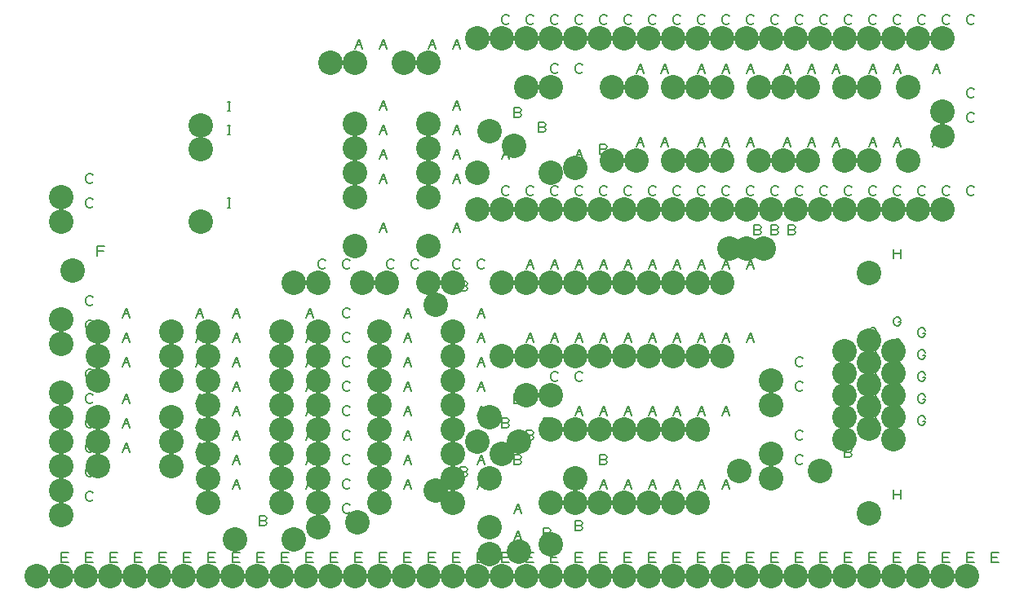
<source format=gbr>
G04 DesignSpark PCB Gerber Version 10.0 Build 5299*
G04 #@! TF.Part,Single*
G04 #@! TF.FileFunction,Drillmap*
G04 #@! TF.FilePolarity,Positive*
%FSLAX35Y35*%
%MOIN*%
%ADD10C,0.00500*%
G04 #@! TA.AperFunction,ViaPad*
%ADD110C,0.10000*%
G04 #@! TD.AperFunction*
X0Y0D02*
D02*
D10*
X59250Y26187D02*
Y29937D01*
X62375D01*
X61750Y28063D02*
X59250D01*
Y26187D02*
X62375D01*
X69250D02*
Y29937D01*
X72375D01*
X71750Y28063D02*
X69250D01*
Y26187D02*
X72375D01*
Y51813D02*
X72063Y51500D01*
X71437Y51187D01*
X70500D01*
X69875Y51500D01*
X69563Y51813D01*
X69250Y52437D01*
Y53687D01*
X69563Y54313D01*
X69875Y54625D01*
X70500Y54937D01*
X71437D01*
X72063Y54625D01*
X72375Y54313D01*
Y61813D02*
X72063Y61500D01*
X71437Y61187D01*
X70500D01*
X69875Y61500D01*
X69563Y61813D01*
X69250Y62437D01*
Y63687D01*
X69563Y64313D01*
X69875Y64625D01*
X70500Y64937D01*
X71437D01*
X72063Y64625D01*
X72375Y64313D01*
Y71813D02*
X72063Y71500D01*
X71437Y71187D01*
X70500D01*
X69875Y71500D01*
X69563Y71813D01*
X69250Y72437D01*
Y73687D01*
X69563Y74313D01*
X69875Y74625D01*
X70500Y74937D01*
X71437D01*
X72063Y74625D01*
X72375Y74313D01*
Y81813D02*
X72063Y81500D01*
X71437Y81187D01*
X70500D01*
X69875Y81500D01*
X69563Y81813D01*
X69250Y82437D01*
Y83687D01*
X69563Y84313D01*
X69875Y84625D01*
X70500Y84937D01*
X71437D01*
X72063Y84625D01*
X72375Y84313D01*
Y91813D02*
X72063Y91500D01*
X71437Y91187D01*
X70500D01*
X69875Y91500D01*
X69563Y91813D01*
X69250Y92437D01*
Y93687D01*
X69563Y94313D01*
X69875Y94625D01*
X70500Y94937D01*
X71437D01*
X72063Y94625D01*
X72375Y94313D01*
Y101813D02*
X72063Y101500D01*
X71437Y101187D01*
X70500D01*
X69875Y101500D01*
X69563Y101813D01*
X69250Y102437D01*
Y103687D01*
X69563Y104313D01*
X69875Y104625D01*
X70500Y104937D01*
X71437D01*
X72063Y104625D01*
X72375Y104313D01*
Y121813D02*
X72063Y121500D01*
X71437Y121187D01*
X70500D01*
X69875Y121500D01*
X69563Y121813D01*
X69250Y122437D01*
Y123687D01*
X69563Y124313D01*
X69875Y124625D01*
X70500Y124937D01*
X71437D01*
X72063Y124625D01*
X72375Y124313D01*
Y131813D02*
X72063Y131500D01*
X71437Y131187D01*
X70500D01*
X69875Y131500D01*
X69563Y131813D01*
X69250Y132437D01*
Y133687D01*
X69563Y134313D01*
X69875Y134625D01*
X70500Y134937D01*
X71437D01*
X72063Y134625D01*
X72375Y134313D01*
Y171813D02*
X72063Y171500D01*
X71437Y171187D01*
X70500D01*
X69875Y171500D01*
X69563Y171813D01*
X69250Y172437D01*
Y173687D01*
X69563Y174313D01*
X69875Y174625D01*
X70500Y174937D01*
X71437D01*
X72063Y174625D01*
X72375Y174313D01*
Y181813D02*
X72063Y181500D01*
X71437Y181187D01*
X70500D01*
X69875Y181500D01*
X69563Y181813D01*
X69250Y182437D01*
Y183687D01*
X69563Y184313D01*
X69875Y184625D01*
X70500Y184937D01*
X71437D01*
X72063Y184625D01*
X72375Y184313D01*
X73981Y151469D02*
Y155219D01*
X77106D01*
X76481Y153344D02*
X73981D01*
X79250Y26187D02*
Y29937D01*
X82375D01*
X81750Y28063D02*
X79250D01*
Y26187D02*
X82375D01*
X84250Y71187D02*
X85813Y74937D01*
X87375Y71187D01*
X84875Y72750D02*
X86750D01*
X84250Y81187D02*
X85813Y84937D01*
X87375Y81187D01*
X84875Y82750D02*
X86750D01*
X84250Y91187D02*
X85813Y94937D01*
X87375Y91187D01*
X84875Y92750D02*
X86750D01*
X84250Y106187D02*
X85813Y109937D01*
X87375Y106187D01*
X84875Y107750D02*
X86750D01*
X84250Y116187D02*
X85813Y119937D01*
X87375Y116187D01*
X84875Y117750D02*
X86750D01*
X84250Y126187D02*
X85813Y129937D01*
X87375Y126187D01*
X84875Y127750D02*
X86750D01*
X89250Y26187D02*
Y29937D01*
X92375D01*
X91750Y28063D02*
X89250D01*
Y26187D02*
X92375D01*
X99250D02*
Y29937D01*
X102375D01*
X101750Y28063D02*
X99250D01*
Y26187D02*
X102375D01*
X109250D02*
Y29937D01*
X112375D01*
X111750Y28063D02*
X109250D01*
Y26187D02*
X112375D01*
X114250Y71187D02*
X115813Y74937D01*
X117375Y71187D01*
X114875Y72750D02*
X116750D01*
X114250Y81187D02*
X115813Y84937D01*
X117375Y81187D01*
X114875Y82750D02*
X116750D01*
X114250Y91187D02*
X115813Y94937D01*
X117375Y91187D01*
X114875Y92750D02*
X116750D01*
X114250Y106187D02*
X115813Y109937D01*
X117375Y106187D01*
X114875Y107750D02*
X116750D01*
X114250Y116187D02*
X115813Y119937D01*
X117375Y116187D01*
X114875Y117750D02*
X116750D01*
X114250Y126187D02*
X115813Y129937D01*
X117375Y126187D01*
X114875Y127750D02*
X116750D01*
X119250Y26187D02*
Y29937D01*
X122375D01*
X121750Y28063D02*
X119250D01*
Y26187D02*
X122375D01*
X127187Y171187D02*
X128437D01*
X127813D02*
Y174937D01*
X127187D02*
X128437D01*
X127187Y201109D02*
X128437D01*
X127813D02*
Y204859D01*
X127187D02*
X128437D01*
X127187Y210557D02*
X128437D01*
X127813D02*
Y214307D01*
X127187D02*
X128437D01*
X129250Y26187D02*
Y29937D01*
X132375D01*
X131750Y28063D02*
X129250D01*
Y26187D02*
X132375D01*
X129250Y56187D02*
X130813Y59937D01*
X132375Y56187D01*
X129875Y57750D02*
X131750D01*
X129250Y66187D02*
X130813Y69937D01*
X132375Y66187D01*
X129875Y67750D02*
X131750D01*
X129250Y76187D02*
X130813Y79937D01*
X132375Y76187D01*
X129875Y77750D02*
X131750D01*
X129250Y86187D02*
X130813Y89937D01*
X132375Y86187D01*
X129875Y87750D02*
X131750D01*
X129250Y96187D02*
X130813Y99937D01*
X132375Y96187D01*
X129875Y97750D02*
X131750D01*
X129250Y106187D02*
X130813Y109937D01*
X132375Y106187D01*
X129875Y107750D02*
X131750D01*
X129250Y116187D02*
X130813Y119937D01*
X132375Y116187D01*
X129875Y117750D02*
X131750D01*
X129250Y126187D02*
X130813Y129937D01*
X132375Y126187D01*
X129875Y127750D02*
X131750D01*
X139250Y26187D02*
Y29937D01*
X142375D01*
X141750Y28063D02*
X139250D01*
Y26187D02*
X142375D01*
X142437Y43063D02*
X143063Y42750D01*
X143375Y42125D01*
X143063Y41500D01*
X142437Y41187D01*
X140250D01*
Y44937D01*
X142437D01*
X143063Y44625D01*
X143375Y44000D01*
X143063Y43375D01*
X142437Y43063D01*
X140250D01*
X149250Y26187D02*
Y29937D01*
X152375D01*
X151750Y28063D02*
X149250D01*
Y26187D02*
X152375D01*
X159250D02*
Y29937D01*
X162375D01*
X161750Y28063D02*
X159250D01*
Y26187D02*
X162375D01*
X159250Y56187D02*
X160813Y59937D01*
X162375Y56187D01*
X159875Y57750D02*
X161750D01*
X159250Y66187D02*
X160813Y69937D01*
X162375Y66187D01*
X159875Y67750D02*
X161750D01*
X159250Y76187D02*
X160813Y79937D01*
X162375Y76187D01*
X159875Y77750D02*
X161750D01*
X159250Y86187D02*
X160813Y89937D01*
X162375Y86187D01*
X159875Y87750D02*
X161750D01*
X159250Y96187D02*
X160813Y99937D01*
X162375Y96187D01*
X159875Y97750D02*
X161750D01*
X159250Y106187D02*
X160813Y109937D01*
X162375Y106187D01*
X159875Y107750D02*
X161750D01*
X159250Y116187D02*
X160813Y119937D01*
X162375Y116187D01*
X159875Y117750D02*
X161750D01*
X159250Y126187D02*
X160813Y129937D01*
X162375Y126187D01*
X159875Y127750D02*
X161750D01*
X166437Y43063D02*
X167063Y42750D01*
X167375Y42125D01*
X167063Y41500D01*
X166437Y41187D01*
X164250D01*
Y44937D01*
X166437D01*
X167063Y44625D01*
X167375Y44000D01*
X167063Y43375D01*
X166437Y43063D01*
X164250D01*
X167375Y146813D02*
X167063Y146500D01*
X166437Y146187D01*
X165500D01*
X164875Y146500D01*
X164563Y146813D01*
X164250Y147437D01*
Y148687D01*
X164563Y149313D01*
X164875Y149625D01*
X165500Y149937D01*
X166437D01*
X167063Y149625D01*
X167375Y149313D01*
X169250Y26187D02*
Y29937D01*
X172375D01*
X171750Y28063D02*
X169250D01*
Y26187D02*
X172375D01*
X177375Y46813D02*
X177063Y46500D01*
X176437Y46187D01*
X175500D01*
X174875Y46500D01*
X174563Y46813D01*
X174250Y47437D01*
Y48687D01*
X174563Y49313D01*
X174875Y49625D01*
X175500Y49937D01*
X176437D01*
X177063Y49625D01*
X177375Y49313D01*
Y56813D02*
X177063Y56500D01*
X176437Y56187D01*
X175500D01*
X174875Y56500D01*
X174563Y56813D01*
X174250Y57437D01*
Y58687D01*
X174563Y59313D01*
X174875Y59625D01*
X175500Y59937D01*
X176437D01*
X177063Y59625D01*
X177375Y59313D01*
Y66813D02*
X177063Y66500D01*
X176437Y66187D01*
X175500D01*
X174875Y66500D01*
X174563Y66813D01*
X174250Y67437D01*
Y68687D01*
X174563Y69313D01*
X174875Y69625D01*
X175500Y69937D01*
X176437D01*
X177063Y69625D01*
X177375Y69313D01*
Y76813D02*
X177063Y76500D01*
X176437Y76187D01*
X175500D01*
X174875Y76500D01*
X174563Y76813D01*
X174250Y77437D01*
Y78687D01*
X174563Y79313D01*
X174875Y79625D01*
X175500Y79937D01*
X176437D01*
X177063Y79625D01*
X177375Y79313D01*
Y86813D02*
X177063Y86500D01*
X176437Y86187D01*
X175500D01*
X174875Y86500D01*
X174563Y86813D01*
X174250Y87437D01*
Y88687D01*
X174563Y89313D01*
X174875Y89625D01*
X175500Y89937D01*
X176437D01*
X177063Y89625D01*
X177375Y89313D01*
Y96813D02*
X177063Y96500D01*
X176437Y96187D01*
X175500D01*
X174875Y96500D01*
X174563Y96813D01*
X174250Y97437D01*
Y98687D01*
X174563Y99313D01*
X174875Y99625D01*
X175500Y99937D01*
X176437D01*
X177063Y99625D01*
X177375Y99313D01*
Y106813D02*
X177063Y106500D01*
X176437Y106187D01*
X175500D01*
X174875Y106500D01*
X174563Y106813D01*
X174250Y107437D01*
Y108687D01*
X174563Y109313D01*
X174875Y109625D01*
X175500Y109937D01*
X176437D01*
X177063Y109625D01*
X177375Y109313D01*
Y116813D02*
X177063Y116500D01*
X176437Y116187D01*
X175500D01*
X174875Y116500D01*
X174563Y116813D01*
X174250Y117437D01*
Y118687D01*
X174563Y119313D01*
X174875Y119625D01*
X175500Y119937D01*
X176437D01*
X177063Y119625D01*
X177375Y119313D01*
Y126813D02*
X177063Y126500D01*
X176437Y126187D01*
X175500D01*
X174875Y126500D01*
X174563Y126813D01*
X174250Y127437D01*
Y128687D01*
X174563Y129313D01*
X174875Y129625D01*
X175500Y129937D01*
X176437D01*
X177063Y129625D01*
X177375Y129313D01*
Y146813D02*
X177063Y146500D01*
X176437Y146187D01*
X175500D01*
X174875Y146500D01*
X174563Y146813D01*
X174250Y147437D01*
Y148687D01*
X174563Y149313D01*
X174875Y149625D01*
X175500Y149937D01*
X176437D01*
X177063Y149625D01*
X177375Y149313D01*
X179250Y26187D02*
Y29937D01*
X182375D01*
X181750Y28063D02*
X179250D01*
Y26187D02*
X182375D01*
X179250Y236187D02*
X180813Y239937D01*
X182375Y236187D01*
X179875Y237750D02*
X181750D01*
X189250Y26187D02*
Y29937D01*
X192375D01*
X191750Y28063D02*
X189250D01*
Y26187D02*
X192375D01*
X189250Y161187D02*
X190813Y164937D01*
X192375Y161187D01*
X189875Y162750D02*
X191750D01*
X189250Y181187D02*
X190813Y184937D01*
X192375Y181187D01*
X189875Y182750D02*
X191750D01*
X189250Y191187D02*
X190813Y194937D01*
X192375Y191187D01*
X189875Y192750D02*
X191750D01*
X189250Y201187D02*
X190813Y204937D01*
X192375Y201187D01*
X189875Y202750D02*
X191750D01*
X189250Y211187D02*
X190813Y214937D01*
X192375Y211187D01*
X189875Y212750D02*
X191750D01*
X189250Y236187D02*
X190813Y239937D01*
X192375Y236187D01*
X189875Y237750D02*
X191750D01*
X192437Y50063D02*
X193063Y49750D01*
X193375Y49125D01*
X193063Y48500D01*
X192437Y48187D01*
X190250D01*
Y51937D01*
X192437D01*
X193063Y51625D01*
X193375Y51000D01*
X193063Y50375D01*
X192437Y50063D01*
X190250D01*
X195375Y146813D02*
X195063Y146500D01*
X194437Y146187D01*
X193500D01*
X192875Y146500D01*
X192563Y146813D01*
X192250Y147437D01*
Y148687D01*
X192563Y149313D01*
X192875Y149625D01*
X193500Y149937D01*
X194437D01*
X195063Y149625D01*
X195375Y149313D01*
X199250Y26187D02*
Y29937D01*
X202375D01*
X201750Y28063D02*
X199250D01*
Y26187D02*
X202375D01*
X199250Y56187D02*
X200813Y59937D01*
X202375Y56187D01*
X199875Y57750D02*
X201750D01*
X199250Y66187D02*
X200813Y69937D01*
X202375Y66187D01*
X199875Y67750D02*
X201750D01*
X199250Y76187D02*
X200813Y79937D01*
X202375Y76187D01*
X199875Y77750D02*
X201750D01*
X199250Y86187D02*
X200813Y89937D01*
X202375Y86187D01*
X199875Y87750D02*
X201750D01*
X199250Y96187D02*
X200813Y99937D01*
X202375Y96187D01*
X199875Y97750D02*
X201750D01*
X199250Y106187D02*
X200813Y109937D01*
X202375Y106187D01*
X199875Y107750D02*
X201750D01*
X199250Y116187D02*
X200813Y119937D01*
X202375Y116187D01*
X199875Y117750D02*
X201750D01*
X199250Y126187D02*
X200813Y129937D01*
X202375Y126187D01*
X199875Y127750D02*
X201750D01*
X205375Y146813D02*
X205063Y146500D01*
X204437Y146187D01*
X203500D01*
X202875Y146500D01*
X202563Y146813D01*
X202250Y147437D01*
Y148687D01*
X202563Y149313D01*
X202875Y149625D01*
X203500Y149937D01*
X204437D01*
X205063Y149625D01*
X205375Y149313D01*
X209250Y26187D02*
Y29937D01*
X212375D01*
X211750Y28063D02*
X209250D01*
Y26187D02*
X212375D01*
X209250Y236187D02*
X210813Y239937D01*
X212375Y236187D01*
X209875Y237750D02*
X211750D01*
X219250Y26187D02*
Y29937D01*
X222375D01*
X221750Y28063D02*
X219250D01*
Y26187D02*
X222375D01*
Y146813D02*
X222063Y146500D01*
X221437Y146187D01*
X220500D01*
X219875Y146500D01*
X219563Y146813D01*
X219250Y147437D01*
Y148687D01*
X219563Y149313D01*
X219875Y149625D01*
X220500Y149937D01*
X221437D01*
X222063Y149625D01*
X222375Y149313D01*
X219250Y161187D02*
X220813Y164937D01*
X222375Y161187D01*
X219875Y162750D02*
X221750D01*
X219250Y181187D02*
X220813Y184937D01*
X222375Y181187D01*
X219875Y182750D02*
X221750D01*
X219250Y191187D02*
X220813Y194937D01*
X222375Y191187D01*
X219875Y192750D02*
X221750D01*
X219250Y201187D02*
X220813Y204937D01*
X222375Y201187D01*
X219875Y202750D02*
X221750D01*
X219250Y211187D02*
X220813Y214937D01*
X222375Y211187D01*
X219875Y212750D02*
X221750D01*
X219250Y236187D02*
X220813Y239937D01*
X222375Y236187D01*
X219875Y237750D02*
X221750D01*
X224437Y63063D02*
X225063Y62750D01*
X225375Y62125D01*
X225063Y61500D01*
X224437Y61187D01*
X222250D01*
Y64937D01*
X224437D01*
X225063Y64625D01*
X225375Y64000D01*
X225063Y63375D01*
X224437Y63063D01*
X222250D01*
X224437Y139063D02*
X225063Y138750D01*
X225375Y138125D01*
X225063Y137500D01*
X224437Y137187D01*
X222250D01*
Y140937D01*
X224437D01*
X225063Y140625D01*
X225375Y140000D01*
X225063Y139375D01*
X224437Y139063D01*
X222250D01*
X229250Y26187D02*
Y29937D01*
X232375D01*
X231750Y28063D02*
X229250D01*
Y26187D02*
X232375D01*
X229250Y56187D02*
X230813Y59937D01*
X232375Y56187D01*
X229875Y57750D02*
X231750D01*
X229250Y66187D02*
X230813Y69937D01*
X232375Y66187D01*
X229875Y67750D02*
X231750D01*
X229250Y76187D02*
X230813Y79937D01*
X232375Y76187D01*
X229875Y77750D02*
X231750D01*
X229250Y86187D02*
X230813Y89937D01*
X232375Y86187D01*
X229875Y87750D02*
X231750D01*
X229250Y96187D02*
X230813Y99937D01*
X232375Y96187D01*
X229875Y97750D02*
X231750D01*
X229250Y106187D02*
X230813Y109937D01*
X232375Y106187D01*
X229875Y107750D02*
X231750D01*
X229250Y116187D02*
X230813Y119937D01*
X232375Y116187D01*
X229875Y117750D02*
X231750D01*
X229250Y126187D02*
X230813Y129937D01*
X232375Y126187D01*
X229875Y127750D02*
X231750D01*
X232375Y146813D02*
X232063Y146500D01*
X231437Y146187D01*
X230500D01*
X229875Y146500D01*
X229563Y146813D01*
X229250Y147437D01*
Y148687D01*
X229563Y149313D01*
X229875Y149625D01*
X230500Y149937D01*
X231437D01*
X232063Y149625D01*
X232375Y149313D01*
X239250Y26187D02*
Y29937D01*
X242375D01*
X241750Y28063D02*
X239250D01*
Y26187D02*
X242375D01*
X241437Y83063D02*
X242063Y82750D01*
X242375Y82125D01*
X242063Y81500D01*
X241437Y81187D01*
X239250D01*
Y84937D01*
X241437D01*
X242063Y84625D01*
X242375Y84000D01*
X242063Y83375D01*
X241437Y83063D01*
X239250D01*
X242375Y176813D02*
X242063Y176500D01*
X241437Y176187D01*
X240500D01*
X239875Y176500D01*
X239563Y176813D01*
X239250Y177437D01*
Y178687D01*
X239563Y179313D01*
X239875Y179625D01*
X240500Y179937D01*
X241437D01*
X242063Y179625D01*
X242375Y179313D01*
X239250Y191187D02*
X240813Y194937D01*
X242375Y191187D01*
X239875Y192750D02*
X241750D01*
X242375Y246813D02*
X242063Y246500D01*
X241437Y246187D01*
X240500D01*
X239875Y246500D01*
X239563Y246813D01*
X239250Y247437D01*
Y248687D01*
X239563Y249313D01*
X239875Y249625D01*
X240500Y249937D01*
X241437D01*
X242063Y249625D01*
X242375Y249313D01*
X244250Y35187D02*
X245813Y38937D01*
X247375Y35187D01*
X244875Y36750D02*
X246750D01*
X244250Y46187D02*
X245813Y49937D01*
X247375Y46187D01*
X244875Y47750D02*
X246750D01*
X246437Y68063D02*
X247063Y67750D01*
X247375Y67125D01*
X247063Y66500D01*
X246437Y66187D01*
X244250D01*
Y69937D01*
X246437D01*
X247063Y69625D01*
X247375Y69000D01*
X247063Y68375D01*
X246437Y68063D01*
X244250D01*
X246437Y93063D02*
X247063Y92750D01*
X247375Y92125D01*
X247063Y91500D01*
X246437Y91187D01*
X244250D01*
Y94937D01*
X246437D01*
X247063Y94625D01*
X247375Y94000D01*
X247063Y93375D01*
X246437Y93063D01*
X244250D01*
X246437Y210063D02*
X247063Y209750D01*
X247375Y209125D01*
X247063Y208500D01*
X246437Y208187D01*
X244250D01*
Y211937D01*
X246437D01*
X247063Y211625D01*
X247375Y211000D01*
X247063Y210375D01*
X246437Y210063D01*
X244250D01*
X249250Y26187D02*
Y29937D01*
X252375D01*
X251750Y28063D02*
X249250D01*
Y26187D02*
X252375D01*
X251437Y78063D02*
X252063Y77750D01*
X252375Y77125D01*
X252063Y76500D01*
X251437Y76187D01*
X249250D01*
Y79937D01*
X251437D01*
X252063Y79625D01*
X252375Y79000D01*
X252063Y78375D01*
X251437Y78063D01*
X249250D01*
Y116187D02*
X250813Y119937D01*
X252375Y116187D01*
X249875Y117750D02*
X251750D01*
X249250Y146187D02*
X250813Y149937D01*
X252375Y146187D01*
X249875Y147750D02*
X251750D01*
X252375Y176813D02*
X252063Y176500D01*
X251437Y176187D01*
X250500D01*
X249875Y176500D01*
X249563Y176813D01*
X249250Y177437D01*
Y178687D01*
X249563Y179313D01*
X249875Y179625D01*
X250500Y179937D01*
X251437D01*
X252063Y179625D01*
X252375Y179313D01*
Y246813D02*
X252063Y246500D01*
X251437Y246187D01*
X250500D01*
X249875Y246500D01*
X249563Y246813D01*
X249250Y247437D01*
Y248687D01*
X249563Y249313D01*
X249875Y249625D01*
X250500Y249937D01*
X251437D01*
X252063Y249625D01*
X252375Y249313D01*
X256437Y204063D02*
X257063Y203750D01*
X257375Y203125D01*
X257063Y202500D01*
X256437Y202187D01*
X254250D01*
Y205937D01*
X256437D01*
X257063Y205625D01*
X257375Y205000D01*
X257063Y204375D01*
X256437Y204063D01*
X254250D01*
X258437Y38063D02*
X259063Y37750D01*
X259375Y37125D01*
X259063Y36500D01*
X258437Y36187D01*
X256250D01*
Y39937D01*
X258437D01*
X259063Y39625D01*
X259375Y39000D01*
X259063Y38375D01*
X258437Y38063D01*
X256250D01*
X258437Y83063D02*
X259063Y82750D01*
X259375Y82125D01*
X259063Y81500D01*
X258437Y81187D01*
X256250D01*
Y84937D01*
X258437D01*
X259063Y84625D01*
X259375Y84000D01*
X259063Y83375D01*
X258437Y83063D01*
X256250D01*
X259250Y26187D02*
Y29937D01*
X262375D01*
X261750Y28063D02*
X259250D01*
Y26187D02*
X262375D01*
Y100813D02*
X262063Y100500D01*
X261437Y100187D01*
X260500D01*
X259875Y100500D01*
X259563Y100813D01*
X259250Y101437D01*
Y102687D01*
X259563Y103313D01*
X259875Y103625D01*
X260500Y103937D01*
X261437D01*
X262063Y103625D01*
X262375Y103313D01*
X259250Y116187D02*
X260813Y119937D01*
X262375Y116187D01*
X259875Y117750D02*
X261750D01*
X259250Y146187D02*
X260813Y149937D01*
X262375Y146187D01*
X259875Y147750D02*
X261750D01*
X262375Y176813D02*
X262063Y176500D01*
X261437Y176187D01*
X260500D01*
X259875Y176500D01*
X259563Y176813D01*
X259250Y177437D01*
Y178687D01*
X259563Y179313D01*
X259875Y179625D01*
X260500Y179937D01*
X261437D01*
X262063Y179625D01*
X262375Y179313D01*
Y226813D02*
X262063Y226500D01*
X261437Y226187D01*
X260500D01*
X259875Y226500D01*
X259563Y226813D01*
X259250Y227437D01*
Y228687D01*
X259563Y229313D01*
X259875Y229625D01*
X260500Y229937D01*
X261437D01*
X262063Y229625D01*
X262375Y229313D01*
Y246813D02*
X262063Y246500D01*
X261437Y246187D01*
X260500D01*
X259875Y246500D01*
X259563Y246813D01*
X259250Y247437D01*
Y248687D01*
X259563Y249313D01*
X259875Y249625D01*
X260500Y249937D01*
X261437D01*
X262063Y249625D01*
X262375Y249313D01*
X269250Y26187D02*
Y29937D01*
X272375D01*
X271750Y28063D02*
X269250D01*
Y26187D02*
X272375D01*
X271437Y41063D02*
X272063Y40750D01*
X272375Y40125D01*
X272063Y39500D01*
X271437Y39187D01*
X269250D01*
Y42937D01*
X271437D01*
X272063Y42625D01*
X272375Y42000D01*
X272063Y41375D01*
X271437Y41063D01*
X269250D01*
Y56187D02*
X270813Y59937D01*
X272375Y56187D01*
X269875Y57750D02*
X271750D01*
X269250Y86187D02*
X270813Y89937D01*
X272375Y86187D01*
X269875Y87750D02*
X271750D01*
X272375Y100813D02*
X272063Y100500D01*
X271437Y100187D01*
X270500D01*
X269875Y100500D01*
X269563Y100813D01*
X269250Y101437D01*
Y102687D01*
X269563Y103313D01*
X269875Y103625D01*
X270500Y103937D01*
X271437D01*
X272063Y103625D01*
X272375Y103313D01*
X269250Y116187D02*
X270813Y119937D01*
X272375Y116187D01*
X269875Y117750D02*
X271750D01*
X269250Y146187D02*
X270813Y149937D01*
X272375Y146187D01*
X269875Y147750D02*
X271750D01*
X272375Y176813D02*
X272063Y176500D01*
X271437Y176187D01*
X270500D01*
X269875Y176500D01*
X269563Y176813D01*
X269250Y177437D01*
Y178687D01*
X269563Y179313D01*
X269875Y179625D01*
X270500Y179937D01*
X271437D01*
X272063Y179625D01*
X272375Y179313D01*
X269250Y191187D02*
X270813Y194937D01*
X272375Y191187D01*
X269875Y192750D02*
X271750D01*
X272375Y226813D02*
X272063Y226500D01*
X271437Y226187D01*
X270500D01*
X269875Y226500D01*
X269563Y226813D01*
X269250Y227437D01*
Y228687D01*
X269563Y229313D01*
X269875Y229625D01*
X270500Y229937D01*
X271437D01*
X272063Y229625D01*
X272375Y229313D01*
Y246813D02*
X272063Y246500D01*
X271437Y246187D01*
X270500D01*
X269875Y246500D01*
X269563Y246813D01*
X269250Y247437D01*
Y248687D01*
X269563Y249313D01*
X269875Y249625D01*
X270500Y249937D01*
X271437D01*
X272063Y249625D01*
X272375Y249313D01*
X279250Y26187D02*
Y29937D01*
X282375D01*
X281750Y28063D02*
X279250D01*
Y26187D02*
X282375D01*
X279250Y56187D02*
X280813Y59937D01*
X282375Y56187D01*
X279875Y57750D02*
X281750D01*
X281437Y68063D02*
X282063Y67750D01*
X282375Y67125D01*
X282063Y66500D01*
X281437Y66187D01*
X279250D01*
Y69937D01*
X281437D01*
X282063Y69625D01*
X282375Y69000D01*
X282063Y68375D01*
X281437Y68063D01*
X279250D01*
Y86187D02*
X280813Y89937D01*
X282375Y86187D01*
X279875Y87750D02*
X281750D01*
X279250Y116187D02*
X280813Y119937D01*
X282375Y116187D01*
X279875Y117750D02*
X281750D01*
X279250Y146187D02*
X280813Y149937D01*
X282375Y146187D01*
X279875Y147750D02*
X281750D01*
X282375Y176813D02*
X282063Y176500D01*
X281437Y176187D01*
X280500D01*
X279875Y176500D01*
X279563Y176813D01*
X279250Y177437D01*
Y178687D01*
X279563Y179313D01*
X279875Y179625D01*
X280500Y179937D01*
X281437D01*
X282063Y179625D01*
X282375Y179313D01*
X281437Y195063D02*
X282063Y194750D01*
X282375Y194125D01*
X282063Y193500D01*
X281437Y193187D01*
X279250D01*
Y196937D01*
X281437D01*
X282063Y196625D01*
X282375Y196000D01*
X282063Y195375D01*
X281437Y195063D01*
X279250D01*
X282375Y246813D02*
X282063Y246500D01*
X281437Y246187D01*
X280500D01*
X279875Y246500D01*
X279563Y246813D01*
X279250Y247437D01*
Y248687D01*
X279563Y249313D01*
X279875Y249625D01*
X280500Y249937D01*
X281437D01*
X282063Y249625D01*
X282375Y249313D01*
X289250Y26187D02*
Y29937D01*
X292375D01*
X291750Y28063D02*
X289250D01*
Y26187D02*
X292375D01*
X289250Y56187D02*
X290813Y59937D01*
X292375Y56187D01*
X289875Y57750D02*
X291750D01*
X289250Y86187D02*
X290813Y89937D01*
X292375Y86187D01*
X289875Y87750D02*
X291750D01*
X289250Y116187D02*
X290813Y119937D01*
X292375Y116187D01*
X289875Y117750D02*
X291750D01*
X289250Y146187D02*
X290813Y149937D01*
X292375Y146187D01*
X289875Y147750D02*
X291750D01*
X292375Y176813D02*
X292063Y176500D01*
X291437Y176187D01*
X290500D01*
X289875Y176500D01*
X289563Y176813D01*
X289250Y177437D01*
Y178687D01*
X289563Y179313D01*
X289875Y179625D01*
X290500Y179937D01*
X291437D01*
X292063Y179625D01*
X292375Y179313D01*
Y246813D02*
X292063Y246500D01*
X291437Y246187D01*
X290500D01*
X289875Y246500D01*
X289563Y246813D01*
X289250Y247437D01*
Y248687D01*
X289563Y249313D01*
X289875Y249625D01*
X290500Y249937D01*
X291437D01*
X292063Y249625D01*
X292375Y249313D01*
X294250Y196187D02*
X295813Y199937D01*
X297375Y196187D01*
X294875Y197750D02*
X296750D01*
X294250Y226187D02*
X295813Y229937D01*
X297375Y226187D01*
X294875Y227750D02*
X296750D01*
X299250Y26187D02*
Y29937D01*
X302375D01*
X301750Y28063D02*
X299250D01*
Y26187D02*
X302375D01*
X299250Y56187D02*
X300813Y59937D01*
X302375Y56187D01*
X299875Y57750D02*
X301750D01*
X299250Y86187D02*
X300813Y89937D01*
X302375Y86187D01*
X299875Y87750D02*
X301750D01*
X299250Y116187D02*
X300813Y119937D01*
X302375Y116187D01*
X299875Y117750D02*
X301750D01*
X299250Y146187D02*
X300813Y149937D01*
X302375Y146187D01*
X299875Y147750D02*
X301750D01*
X302375Y176813D02*
X302063Y176500D01*
X301437Y176187D01*
X300500D01*
X299875Y176500D01*
X299563Y176813D01*
X299250Y177437D01*
Y178687D01*
X299563Y179313D01*
X299875Y179625D01*
X300500Y179937D01*
X301437D01*
X302063Y179625D01*
X302375Y179313D01*
Y246813D02*
X302063Y246500D01*
X301437Y246187D01*
X300500D01*
X299875Y246500D01*
X299563Y246813D01*
X299250Y247437D01*
Y248687D01*
X299563Y249313D01*
X299875Y249625D01*
X300500Y249937D01*
X301437D01*
X302063Y249625D01*
X302375Y249313D01*
X304250Y196187D02*
X305813Y199937D01*
X307375Y196187D01*
X304875Y197750D02*
X306750D01*
X304250Y226187D02*
X305813Y229937D01*
X307375Y226187D01*
X304875Y227750D02*
X306750D01*
X309250Y26187D02*
Y29937D01*
X312375D01*
X311750Y28063D02*
X309250D01*
Y26187D02*
X312375D01*
X309250Y56187D02*
X310813Y59937D01*
X312375Y56187D01*
X309875Y57750D02*
X311750D01*
X309250Y86187D02*
X310813Y89937D01*
X312375Y86187D01*
X309875Y87750D02*
X311750D01*
X309250Y116187D02*
X310813Y119937D01*
X312375Y116187D01*
X309875Y117750D02*
X311750D01*
X309250Y146187D02*
X310813Y149937D01*
X312375Y146187D01*
X309875Y147750D02*
X311750D01*
X312375Y176813D02*
X312063Y176500D01*
X311437Y176187D01*
X310500D01*
X309875Y176500D01*
X309563Y176813D01*
X309250Y177437D01*
Y178687D01*
X309563Y179313D01*
X309875Y179625D01*
X310500Y179937D01*
X311437D01*
X312063Y179625D01*
X312375Y179313D01*
Y246813D02*
X312063Y246500D01*
X311437Y246187D01*
X310500D01*
X309875Y246500D01*
X309563Y246813D01*
X309250Y247437D01*
Y248687D01*
X309563Y249313D01*
X309875Y249625D01*
X310500Y249937D01*
X311437D01*
X312063Y249625D01*
X312375Y249313D01*
X319250Y26187D02*
Y29937D01*
X322375D01*
X321750Y28063D02*
X319250D01*
Y26187D02*
X322375D01*
X319250Y56187D02*
X320813Y59937D01*
X322375Y56187D01*
X319875Y57750D02*
X321750D01*
X319250Y86187D02*
X320813Y89937D01*
X322375Y86187D01*
X319875Y87750D02*
X321750D01*
X319250Y116187D02*
X320813Y119937D01*
X322375Y116187D01*
X319875Y117750D02*
X321750D01*
X319250Y146187D02*
X320813Y149937D01*
X322375Y146187D01*
X319875Y147750D02*
X321750D01*
X322375Y176813D02*
X322063Y176500D01*
X321437Y176187D01*
X320500D01*
X319875Y176500D01*
X319563Y176813D01*
X319250Y177437D01*
Y178687D01*
X319563Y179313D01*
X319875Y179625D01*
X320500Y179937D01*
X321437D01*
X322063Y179625D01*
X322375Y179313D01*
X319250Y196187D02*
X320813Y199937D01*
X322375Y196187D01*
X319875Y197750D02*
X321750D01*
X319250Y226187D02*
X320813Y229937D01*
X322375Y226187D01*
X319875Y227750D02*
X321750D01*
X322375Y246813D02*
X322063Y246500D01*
X321437Y246187D01*
X320500D01*
X319875Y246500D01*
X319563Y246813D01*
X319250Y247437D01*
Y248687D01*
X319563Y249313D01*
X319875Y249625D01*
X320500Y249937D01*
X321437D01*
X322063Y249625D01*
X322375Y249313D01*
X329250Y26187D02*
Y29937D01*
X332375D01*
X331750Y28063D02*
X329250D01*
Y26187D02*
X332375D01*
X329250Y56187D02*
X330813Y59937D01*
X332375Y56187D01*
X329875Y57750D02*
X331750D01*
X329250Y86187D02*
X330813Y89937D01*
X332375Y86187D01*
X329875Y87750D02*
X331750D01*
X329250Y116187D02*
X330813Y119937D01*
X332375Y116187D01*
X329875Y117750D02*
X331750D01*
X329250Y146187D02*
X330813Y149937D01*
X332375Y146187D01*
X329875Y147750D02*
X331750D01*
X332375Y176813D02*
X332063Y176500D01*
X331437Y176187D01*
X330500D01*
X329875Y176500D01*
X329563Y176813D01*
X329250Y177437D01*
Y178687D01*
X329563Y179313D01*
X329875Y179625D01*
X330500Y179937D01*
X331437D01*
X332063Y179625D01*
X332375Y179313D01*
X329250Y196187D02*
X330813Y199937D01*
X332375Y196187D01*
X329875Y197750D02*
X331750D01*
X329250Y226187D02*
X330813Y229937D01*
X332375Y226187D01*
X329875Y227750D02*
X331750D01*
X332375Y246813D02*
X332063Y246500D01*
X331437Y246187D01*
X330500D01*
X329875Y246500D01*
X329563Y246813D01*
X329250Y247437D01*
Y248687D01*
X329563Y249313D01*
X329875Y249625D01*
X330500Y249937D01*
X331437D01*
X332063Y249625D01*
X332375Y249313D01*
X339250Y26187D02*
Y29937D01*
X342375D01*
X341750Y28063D02*
X339250D01*
Y26187D02*
X342375D01*
X339250Y116187D02*
X340813Y119937D01*
X342375Y116187D01*
X339875Y117750D02*
X341750D01*
X339250Y146187D02*
X340813Y149937D01*
X342375Y146187D01*
X339875Y147750D02*
X341750D01*
X342375Y176813D02*
X342063Y176500D01*
X341437Y176187D01*
X340500D01*
X339875Y176500D01*
X339563Y176813D01*
X339250Y177437D01*
Y178687D01*
X339563Y179313D01*
X339875Y179625D01*
X340500Y179937D01*
X341437D01*
X342063Y179625D01*
X342375Y179313D01*
X339250Y196187D02*
X340813Y199937D01*
X342375Y196187D01*
X339875Y197750D02*
X341750D01*
X339250Y226187D02*
X340813Y229937D01*
X342375Y226187D01*
X339875Y227750D02*
X341750D01*
X342375Y246813D02*
X342063Y246500D01*
X341437Y246187D01*
X340500D01*
X339875Y246500D01*
X339563Y246813D01*
X339250Y247437D01*
Y248687D01*
X339563Y249313D01*
X339875Y249625D01*
X340500Y249937D01*
X341437D01*
X342063Y249625D01*
X342375Y249313D01*
X344437Y162063D02*
X345063Y161750D01*
X345375Y161125D01*
X345063Y160500D01*
X344437Y160187D01*
X342250D01*
Y163937D01*
X344437D01*
X345063Y163625D01*
X345375Y163000D01*
X345063Y162375D01*
X344437Y162063D01*
X342250D01*
X348437Y71063D02*
X349063Y70750D01*
X349375Y70125D01*
X349063Y69500D01*
X348437Y69187D01*
X346250D01*
Y72937D01*
X348437D01*
X349063Y72625D01*
X349375Y72000D01*
X349063Y71375D01*
X348437Y71063D01*
X346250D01*
X349250Y26187D02*
Y29937D01*
X352375D01*
X351750Y28063D02*
X349250D01*
Y26187D02*
X352375D01*
X351437Y162063D02*
X352063Y161750D01*
X352375Y161125D01*
X352063Y160500D01*
X351437Y160187D01*
X349250D01*
Y163937D01*
X351437D01*
X352063Y163625D01*
X352375Y163000D01*
X352063Y162375D01*
X351437Y162063D01*
X349250D01*
X352375Y176813D02*
X352063Y176500D01*
X351437Y176187D01*
X350500D01*
X349875Y176500D01*
X349563Y176813D01*
X349250Y177437D01*
Y178687D01*
X349563Y179313D01*
X349875Y179625D01*
X350500Y179937D01*
X351437D01*
X352063Y179625D01*
X352375Y179313D01*
Y246813D02*
X352063Y246500D01*
X351437Y246187D01*
X350500D01*
X349875Y246500D01*
X349563Y246813D01*
X349250Y247437D01*
Y248687D01*
X349563Y249313D01*
X349875Y249625D01*
X350500Y249937D01*
X351437D01*
X352063Y249625D01*
X352375Y249313D01*
X354250Y196187D02*
X355813Y199937D01*
X357375Y196187D01*
X354875Y197750D02*
X356750D01*
X354250Y226187D02*
X355813Y229937D01*
X357375Y226187D01*
X354875Y227750D02*
X356750D01*
X358437Y162063D02*
X359063Y161750D01*
X359375Y161125D01*
X359063Y160500D01*
X358437Y160187D01*
X356250D01*
Y163937D01*
X358437D01*
X359063Y163625D01*
X359375Y163000D01*
X359063Y162375D01*
X358437Y162063D01*
X356250D01*
X359250Y26187D02*
Y29937D01*
X362375D01*
X361750Y28063D02*
X359250D01*
Y26187D02*
X362375D01*
Y66813D02*
X362063Y66500D01*
X361437Y66187D01*
X360500D01*
X359875Y66500D01*
X359563Y66813D01*
X359250Y67437D01*
Y68687D01*
X359563Y69313D01*
X359875Y69625D01*
X360500Y69937D01*
X361437D01*
X362063Y69625D01*
X362375Y69313D01*
Y76813D02*
X362063Y76500D01*
X361437Y76187D01*
X360500D01*
X359875Y76500D01*
X359563Y76813D01*
X359250Y77437D01*
Y78687D01*
X359563Y79313D01*
X359875Y79625D01*
X360500Y79937D01*
X361437D01*
X362063Y79625D01*
X362375Y79313D01*
Y96813D02*
X362063Y96500D01*
X361437Y96187D01*
X360500D01*
X359875Y96500D01*
X359563Y96813D01*
X359250Y97437D01*
Y98687D01*
X359563Y99313D01*
X359875Y99625D01*
X360500Y99937D01*
X361437D01*
X362063Y99625D01*
X362375Y99313D01*
Y106813D02*
X362063Y106500D01*
X361437Y106187D01*
X360500D01*
X359875Y106500D01*
X359563Y106813D01*
X359250Y107437D01*
Y108687D01*
X359563Y109313D01*
X359875Y109625D01*
X360500Y109937D01*
X361437D01*
X362063Y109625D01*
X362375Y109313D01*
Y176813D02*
X362063Y176500D01*
X361437Y176187D01*
X360500D01*
X359875Y176500D01*
X359563Y176813D01*
X359250Y177437D01*
Y178687D01*
X359563Y179313D01*
X359875Y179625D01*
X360500Y179937D01*
X361437D01*
X362063Y179625D01*
X362375Y179313D01*
Y246813D02*
X362063Y246500D01*
X361437Y246187D01*
X360500D01*
X359875Y246500D01*
X359563Y246813D01*
X359250Y247437D01*
Y248687D01*
X359563Y249313D01*
X359875Y249625D01*
X360500Y249937D01*
X361437D01*
X362063Y249625D01*
X362375Y249313D01*
X364250Y196187D02*
X365813Y199937D01*
X367375Y196187D01*
X364875Y197750D02*
X366750D01*
X364250Y226187D02*
X365813Y229937D01*
X367375Y226187D01*
X364875Y227750D02*
X366750D01*
X369250Y26187D02*
Y29937D01*
X372375D01*
X371750Y28063D02*
X369250D01*
Y26187D02*
X372375D01*
Y176813D02*
X372063Y176500D01*
X371437Y176187D01*
X370500D01*
X369875Y176500D01*
X369563Y176813D01*
X369250Y177437D01*
Y178687D01*
X369563Y179313D01*
X369875Y179625D01*
X370500Y179937D01*
X371437D01*
X372063Y179625D01*
X372375Y179313D01*
Y246813D02*
X372063Y246500D01*
X371437Y246187D01*
X370500D01*
X369875Y246500D01*
X369563Y246813D01*
X369250Y247437D01*
Y248687D01*
X369563Y249313D01*
X369875Y249625D01*
X370500Y249937D01*
X371437D01*
X372063Y249625D01*
X372375Y249313D01*
X374250Y196187D02*
X375813Y199937D01*
X377375Y196187D01*
X374875Y197750D02*
X376750D01*
X374250Y226187D02*
X375813Y229937D01*
X377375Y226187D01*
X374875Y227750D02*
X376750D01*
X379250Y26187D02*
Y29937D01*
X382375D01*
X381750Y28063D02*
X379250D01*
Y26187D02*
X382375D01*
X381437Y71063D02*
X382063Y70750D01*
X382375Y70125D01*
X382063Y69500D01*
X381437Y69187D01*
X379250D01*
Y72937D01*
X381437D01*
X382063Y72625D01*
X382375Y72000D01*
X382063Y71375D01*
X381437Y71063D01*
X379250D01*
X382375Y176813D02*
X382063Y176500D01*
X381437Y176187D01*
X380500D01*
X379875Y176500D01*
X379563Y176813D01*
X379250Y177437D01*
Y178687D01*
X379563Y179313D01*
X379875Y179625D01*
X380500Y179937D01*
X381437D01*
X382063Y179625D01*
X382375Y179313D01*
Y246813D02*
X382063Y246500D01*
X381437Y246187D01*
X380500D01*
X379875Y246500D01*
X379563Y246813D01*
X379250Y247437D01*
Y248687D01*
X379563Y249313D01*
X379875Y249625D01*
X380500Y249937D01*
X381437D01*
X382063Y249625D01*
X382375Y249313D01*
X389250Y26187D02*
Y29937D01*
X392375D01*
X391750Y28063D02*
X389250D01*
Y26187D02*
X392375D01*
X391437Y83766D02*
X392375D01*
Y83453D01*
X392063Y82828D01*
X391750Y82516D01*
X391125Y82203D01*
X390500D01*
X389875Y82516D01*
X389563Y82828D01*
X389250Y83453D01*
Y84703D01*
X389563Y85328D01*
X389875Y85641D01*
X390500Y85953D01*
X391125D01*
X391750Y85641D01*
X392063Y85328D01*
X392375Y84703D01*
X391437Y92762D02*
X392375D01*
Y92449D01*
X392063Y91824D01*
X391750Y91512D01*
X391125Y91199D01*
X390500D01*
X389875Y91512D01*
X389563Y91824D01*
X389250Y92449D01*
Y93699D01*
X389563Y94324D01*
X389875Y94637D01*
X390500Y94949D01*
X391125D01*
X391750Y94637D01*
X392063Y94324D01*
X392375Y93699D01*
X391437Y101758D02*
X392375D01*
Y101445D01*
X392063Y100820D01*
X391750Y100508D01*
X391125Y100195D01*
X390500D01*
X389875Y100508D01*
X389563Y100820D01*
X389250Y101445D01*
Y102695D01*
X389563Y103320D01*
X389875Y103633D01*
X390500Y103945D01*
X391125D01*
X391750Y103633D01*
X392063Y103320D01*
X392375Y102695D01*
X391437Y110754D02*
X392375D01*
Y110441D01*
X392063Y109817D01*
X391750Y109504D01*
X391125Y109191D01*
X390500D01*
X389875Y109504D01*
X389563Y109817D01*
X389250Y110441D01*
Y111691D01*
X389563Y112317D01*
X389875Y112629D01*
X390500Y112941D01*
X391125D01*
X391750Y112629D01*
X392063Y112317D01*
X392375Y111691D01*
X391437Y119750D02*
X392375D01*
Y119437D01*
X392063Y118813D01*
X391750Y118500D01*
X391125Y118187D01*
X390500D01*
X389875Y118500D01*
X389563Y118813D01*
X389250Y119437D01*
Y120687D01*
X389563Y121313D01*
X389875Y121625D01*
X390500Y121937D01*
X391125D01*
X391750Y121625D01*
X392063Y121313D01*
X392375Y120687D01*
Y176813D02*
X392063Y176500D01*
X391437Y176187D01*
X390500D01*
X389875Y176500D01*
X389563Y176813D01*
X389250Y177437D01*
Y178687D01*
X389563Y179313D01*
X389875Y179625D01*
X390500Y179937D01*
X391437D01*
X392063Y179625D01*
X392375Y179313D01*
X389250Y196187D02*
X390813Y199937D01*
X392375Y196187D01*
X389875Y197750D02*
X391750D01*
X389250Y226187D02*
X390813Y229937D01*
X392375Y226187D01*
X389875Y227750D02*
X391750D01*
X392375Y246813D02*
X392063Y246500D01*
X391437Y246187D01*
X390500D01*
X389875Y246500D01*
X389563Y246813D01*
X389250Y247437D01*
Y248687D01*
X389563Y249313D01*
X389875Y249625D01*
X390500Y249937D01*
X391437D01*
X392063Y249625D01*
X392375Y249313D01*
X399250Y26187D02*
Y29937D01*
X402375D01*
X401750Y28063D02*
X399250D01*
Y26187D02*
X402375D01*
X399250Y51967D02*
Y55717D01*
Y53842D02*
X402375D01*
Y51967D02*
Y55717D01*
X401437Y88262D02*
X402375D01*
Y87949D01*
X402063Y87324D01*
X401750Y87012D01*
X401125Y86699D01*
X400500D01*
X399875Y87012D01*
X399563Y87324D01*
X399250Y87949D01*
Y89199D01*
X399563Y89824D01*
X399875Y90137D01*
X400500Y90449D01*
X401125D01*
X401750Y90137D01*
X402063Y89824D01*
X402375Y89199D01*
X401437Y97258D02*
X402375D01*
Y96945D01*
X402063Y96320D01*
X401750Y96008D01*
X401125Y95695D01*
X400500D01*
X399875Y96008D01*
X399563Y96320D01*
X399250Y96945D01*
Y98195D01*
X399563Y98820D01*
X399875Y99133D01*
X400500Y99445D01*
X401125D01*
X401750Y99133D01*
X402063Y98820D01*
X402375Y98195D01*
X401437Y106254D02*
X402375D01*
Y105941D01*
X402063Y105317D01*
X401750Y105004D01*
X401125Y104691D01*
X400500D01*
X399875Y105004D01*
X399563Y105317D01*
X399250Y105941D01*
Y107191D01*
X399563Y107817D01*
X399875Y108129D01*
X400500Y108441D01*
X401125D01*
X401750Y108129D01*
X402063Y107817D01*
X402375Y107191D01*
X401437Y115250D02*
X402375D01*
Y114937D01*
X402063Y114313D01*
X401750Y114000D01*
X401125Y113687D01*
X400500D01*
X399875Y114000D01*
X399563Y114313D01*
X399250Y114937D01*
Y116187D01*
X399563Y116813D01*
X399875Y117125D01*
X400500Y117437D01*
X401125D01*
X401750Y117125D01*
X402063Y116813D01*
X402375Y116187D01*
X401437Y124246D02*
X402375D01*
Y123933D01*
X402063Y123309D01*
X401750Y122996D01*
X401125Y122683D01*
X400500D01*
X399875Y122996D01*
X399563Y123309D01*
X399250Y123933D01*
Y125183D01*
X399563Y125809D01*
X399875Y126121D01*
X400500Y126433D01*
X401125D01*
X401750Y126121D01*
X402063Y125809D01*
X402375Y125183D01*
X399250Y150431D02*
Y154181D01*
Y152307D02*
X402375D01*
Y150431D02*
Y154181D01*
Y176813D02*
X402063Y176500D01*
X401437Y176187D01*
X400500D01*
X399875Y176500D01*
X399563Y176813D01*
X399250Y177437D01*
Y178687D01*
X399563Y179313D01*
X399875Y179625D01*
X400500Y179937D01*
X401437D01*
X402063Y179625D01*
X402375Y179313D01*
X399250Y196187D02*
X400813Y199937D01*
X402375Y196187D01*
X399875Y197750D02*
X401750D01*
X399250Y226187D02*
X400813Y229937D01*
X402375Y226187D01*
X399875Y227750D02*
X401750D01*
X402375Y246813D02*
X402063Y246500D01*
X401437Y246187D01*
X400500D01*
X399875Y246500D01*
X399563Y246813D01*
X399250Y247437D01*
Y248687D01*
X399563Y249313D01*
X399875Y249625D01*
X400500Y249937D01*
X401437D01*
X402063Y249625D01*
X402375Y249313D01*
X409250Y26187D02*
Y29937D01*
X412375D01*
X411750Y28063D02*
X409250D01*
Y26187D02*
X412375D01*
X411437Y83766D02*
X412375D01*
Y83453D01*
X412063Y82828D01*
X411750Y82516D01*
X411125Y82203D01*
X410500D01*
X409875Y82516D01*
X409563Y82828D01*
X409250Y83453D01*
Y84703D01*
X409563Y85328D01*
X409875Y85641D01*
X410500Y85953D01*
X411125D01*
X411750Y85641D01*
X412063Y85328D01*
X412375Y84703D01*
X411437Y92762D02*
X412375D01*
Y92449D01*
X412063Y91824D01*
X411750Y91512D01*
X411125Y91199D01*
X410500D01*
X409875Y91512D01*
X409563Y91824D01*
X409250Y92449D01*
Y93699D01*
X409563Y94324D01*
X409875Y94637D01*
X410500Y94949D01*
X411125D01*
X411750Y94637D01*
X412063Y94324D01*
X412375Y93699D01*
X411437Y101758D02*
X412375D01*
Y101445D01*
X412063Y100820D01*
X411750Y100508D01*
X411125Y100195D01*
X410500D01*
X409875Y100508D01*
X409563Y100820D01*
X409250Y101445D01*
Y102695D01*
X409563Y103320D01*
X409875Y103633D01*
X410500Y103945D01*
X411125D01*
X411750Y103633D01*
X412063Y103320D01*
X412375Y102695D01*
X411437Y110754D02*
X412375D01*
Y110441D01*
X412063Y109817D01*
X411750Y109504D01*
X411125Y109191D01*
X410500D01*
X409875Y109504D01*
X409563Y109817D01*
X409250Y110441D01*
Y111691D01*
X409563Y112317D01*
X409875Y112629D01*
X410500Y112941D01*
X411125D01*
X411750Y112629D01*
X412063Y112317D01*
X412375Y111691D01*
X411437Y119750D02*
X412375D01*
Y119437D01*
X412063Y118813D01*
X411750Y118500D01*
X411125Y118187D01*
X410500D01*
X409875Y118500D01*
X409563Y118813D01*
X409250Y119437D01*
Y120687D01*
X409563Y121313D01*
X409875Y121625D01*
X410500Y121937D01*
X411125D01*
X411750Y121625D01*
X412063Y121313D01*
X412375Y120687D01*
Y176813D02*
X412063Y176500D01*
X411437Y176187D01*
X410500D01*
X409875Y176500D01*
X409563Y176813D01*
X409250Y177437D01*
Y178687D01*
X409563Y179313D01*
X409875Y179625D01*
X410500Y179937D01*
X411437D01*
X412063Y179625D01*
X412375Y179313D01*
Y246813D02*
X412063Y246500D01*
X411437Y246187D01*
X410500D01*
X409875Y246500D01*
X409563Y246813D01*
X409250Y247437D01*
Y248687D01*
X409563Y249313D01*
X409875Y249625D01*
X410500Y249937D01*
X411437D01*
X412063Y249625D01*
X412375Y249313D01*
X415250Y196187D02*
X416813Y199937D01*
X418375Y196187D01*
X415875Y197750D02*
X417750D01*
X415250Y226187D02*
X416813Y229937D01*
X418375Y226187D01*
X415875Y227750D02*
X417750D01*
X419250Y26187D02*
Y29937D01*
X422375D01*
X421750Y28063D02*
X419250D01*
Y26187D02*
X422375D01*
Y176813D02*
X422063Y176500D01*
X421437Y176187D01*
X420500D01*
X419875Y176500D01*
X419563Y176813D01*
X419250Y177437D01*
Y178687D01*
X419563Y179313D01*
X419875Y179625D01*
X420500Y179937D01*
X421437D01*
X422063Y179625D01*
X422375Y179313D01*
Y246813D02*
X422063Y246500D01*
X421437Y246187D01*
X420500D01*
X419875Y246500D01*
X419563Y246813D01*
X419250Y247437D01*
Y248687D01*
X419563Y249313D01*
X419875Y249625D01*
X420500Y249937D01*
X421437D01*
X422063Y249625D01*
X422375Y249313D01*
X429250Y26187D02*
Y29937D01*
X432375D01*
X431750Y28063D02*
X429250D01*
Y26187D02*
X432375D01*
Y176813D02*
X432063Y176500D01*
X431437Y176187D01*
X430500D01*
X429875Y176500D01*
X429563Y176813D01*
X429250Y177437D01*
Y178687D01*
X429563Y179313D01*
X429875Y179625D01*
X430500Y179937D01*
X431437D01*
X432063Y179625D01*
X432375Y179313D01*
Y206813D02*
X432063Y206500D01*
X431437Y206187D01*
X430500D01*
X429875Y206500D01*
X429563Y206813D01*
X429250Y207437D01*
Y208687D01*
X429563Y209313D01*
X429875Y209625D01*
X430500Y209937D01*
X431437D01*
X432063Y209625D01*
X432375Y209313D01*
Y216813D02*
X432063Y216500D01*
X431437Y216187D01*
X430500D01*
X429875Y216500D01*
X429563Y216813D01*
X429250Y217437D01*
Y218687D01*
X429563Y219313D01*
X429875Y219625D01*
X430500Y219937D01*
X431437D01*
X432063Y219625D01*
X432375Y219313D01*
Y246813D02*
X432063Y246500D01*
X431437Y246187D01*
X430500D01*
X429875Y246500D01*
X429563Y246813D01*
X429250Y247437D01*
Y248687D01*
X429563Y249313D01*
X429875Y249625D01*
X430500Y249937D01*
X431437D01*
X432063Y249625D01*
X432375Y249313D01*
X439250Y26187D02*
Y29937D01*
X442375D01*
X441750Y28063D02*
X439250D01*
Y26187D02*
X442375D01*
D02*
D110*
X49250Y20250D03*
X59250D03*
Y45250D03*
Y55250D03*
Y65250D03*
Y75250D03*
Y85250D03*
Y95250D03*
Y115250D03*
Y125250D03*
Y165250D03*
Y175250D03*
X63981Y145532D03*
X69250Y20250D03*
X74250Y65250D03*
Y75250D03*
Y85250D03*
Y100250D03*
Y110250D03*
Y120250D03*
X79250Y20250D03*
X89250D03*
X99250D03*
X104250Y65250D03*
Y75250D03*
Y85250D03*
Y100250D03*
Y110250D03*
Y120250D03*
X109250Y20250D03*
X116250Y165250D03*
Y195171D03*
Y204620D03*
X119250Y20250D03*
Y50250D03*
Y60250D03*
Y70250D03*
Y80250D03*
Y90250D03*
Y100250D03*
Y110250D03*
Y120250D03*
X129250Y20250D03*
X130250Y35250D03*
X139250Y20250D03*
X149250D03*
Y50250D03*
Y60250D03*
Y70250D03*
Y80250D03*
Y90250D03*
Y100250D03*
Y110250D03*
Y120250D03*
X154250Y35250D03*
Y140250D03*
X159250Y20250D03*
X164250Y40250D03*
Y50250D03*
Y60250D03*
Y70250D03*
Y80250D03*
Y90250D03*
Y100250D03*
Y110250D03*
Y120250D03*
Y140250D03*
X169250Y20250D03*
Y230250D03*
X179250Y20250D03*
Y155250D03*
Y175250D03*
Y185250D03*
Y195250D03*
Y205250D03*
Y230250D03*
X180250Y42250D03*
X182250Y140250D03*
X189250Y20250D03*
Y50250D03*
Y60250D03*
Y70250D03*
Y80250D03*
Y90250D03*
Y100250D03*
Y110250D03*
Y120250D03*
X192250Y140250D03*
X199250Y20250D03*
Y230250D03*
X209250Y20250D03*
Y140250D03*
Y155250D03*
Y175250D03*
Y185250D03*
Y195250D03*
Y205250D03*
Y230250D03*
X212250Y55250D03*
Y131250D03*
X219250Y20250D03*
Y50250D03*
Y60250D03*
Y70250D03*
Y80250D03*
Y90250D03*
Y100250D03*
Y110250D03*
Y120250D03*
Y140250D03*
X229250Y20250D03*
Y75250D03*
Y170250D03*
Y185250D03*
Y240250D03*
X234250Y29250D03*
Y40250D03*
Y60250D03*
Y85250D03*
Y202250D03*
X239250Y20250D03*
Y70250D03*
Y110250D03*
Y140250D03*
Y170250D03*
Y240250D03*
X244250Y196250D03*
X246250Y30250D03*
Y75250D03*
X249250Y20250D03*
Y94250D03*
Y110250D03*
Y140250D03*
Y170250D03*
Y220250D03*
Y240250D03*
X259250Y20250D03*
Y33250D03*
Y50250D03*
Y80250D03*
Y94250D03*
Y110250D03*
Y140250D03*
Y170250D03*
Y185250D03*
Y220250D03*
Y240250D03*
X269250Y20250D03*
Y50250D03*
Y60250D03*
Y80250D03*
Y110250D03*
Y140250D03*
Y170250D03*
Y187250D03*
Y240250D03*
X279250Y20250D03*
Y50250D03*
Y80250D03*
Y110250D03*
Y140250D03*
Y170250D03*
Y240250D03*
X284250Y190250D03*
Y220250D03*
X289250Y20250D03*
Y50250D03*
Y80250D03*
Y110250D03*
Y140250D03*
Y170250D03*
Y240250D03*
X294250Y190250D03*
Y220250D03*
X299250Y20250D03*
Y50250D03*
Y80250D03*
Y110250D03*
Y140250D03*
Y170250D03*
Y240250D03*
X309250Y20250D03*
Y50250D03*
Y80250D03*
Y110250D03*
Y140250D03*
Y170250D03*
Y190250D03*
Y220250D03*
Y240250D03*
X319250Y20250D03*
Y50250D03*
Y80250D03*
Y110250D03*
Y140250D03*
Y170250D03*
Y190250D03*
Y220250D03*
Y240250D03*
X329250Y20250D03*
Y110250D03*
Y140250D03*
Y170250D03*
Y190250D03*
Y220250D03*
Y240250D03*
X332250Y154250D03*
X336250Y63250D03*
X339250Y20250D03*
Y154250D03*
Y170250D03*
Y240250D03*
X344250Y190250D03*
Y220250D03*
X346250Y154250D03*
X349250Y20250D03*
Y60250D03*
Y70250D03*
Y90250D03*
Y100250D03*
Y170250D03*
Y240250D03*
X354250Y190250D03*
Y220250D03*
X359250Y20250D03*
Y170250D03*
Y240250D03*
X364250Y190250D03*
Y220250D03*
X369250Y20250D03*
Y63250D03*
Y170250D03*
Y240250D03*
X379250Y20250D03*
Y76266D03*
Y85262D03*
Y94258D03*
Y103254D03*
Y112250D03*
Y170250D03*
Y190250D03*
Y220250D03*
Y240250D03*
X389250Y20250D03*
Y46030D03*
Y80762D03*
Y89758D03*
Y98754D03*
Y107750D03*
Y116746D03*
Y144494D03*
Y170250D03*
Y190250D03*
Y220250D03*
Y240250D03*
X399250Y20250D03*
Y76266D03*
Y85262D03*
Y94258D03*
Y103254D03*
Y112250D03*
Y170250D03*
Y240250D03*
X405250Y190250D03*
Y220250D03*
X409250Y20250D03*
Y170250D03*
Y240250D03*
X419250Y20250D03*
Y170250D03*
Y200250D03*
Y210250D03*
Y240250D03*
X429250Y20250D03*
X0Y0D02*
M02*

</source>
